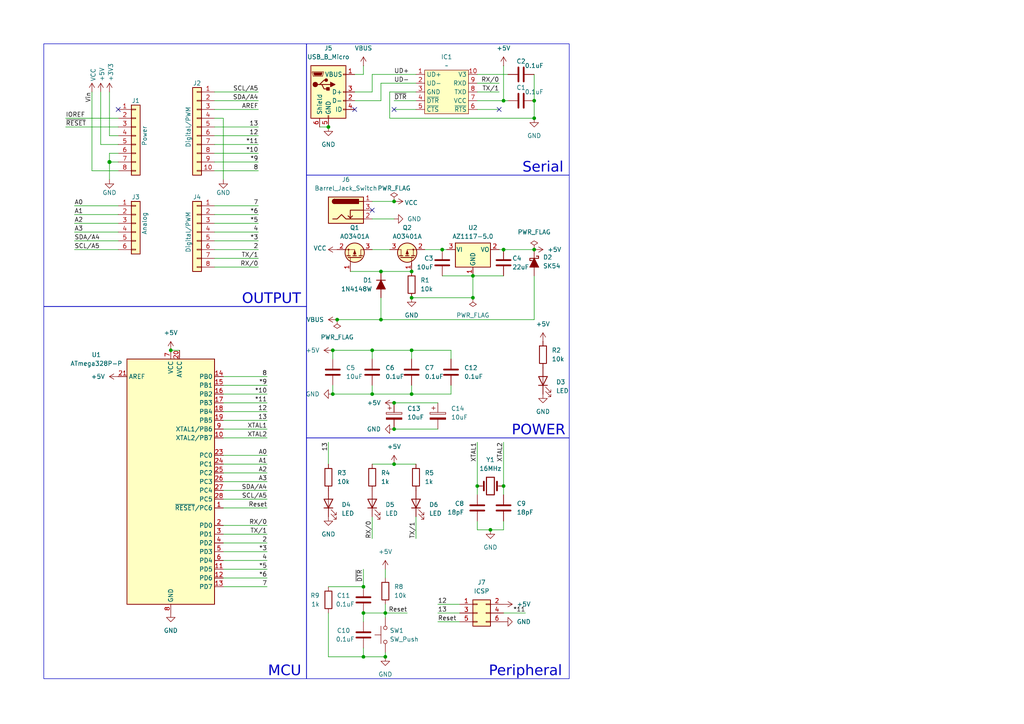
<source format=kicad_sch>
(kicad_sch (version 20231120) (generator "eeschema") (generator_version "8.0")
  (paper "A4")
  (title_block (title "yukuyukuUNO") (date "2024-07-28") (rev "3") (company "yukuyuku4123"))
  (lib_symbols
    (symbol "+5V_1" (power) (pin_numbers hide) (pin_names (offset 0) hide)
      (property "Value" "+5V" (at 0 3.556 0))
      (symbol "+5V_1_1_1"
        (pin power_in line (at 0 0 90) (length 0) (name "~") (number "1"))
      )
    )
    (symbol "CH340:CH340K"
      (property "Reference" "IC" (at 0 7.62 0))
      (symbol "CH340K_1_1"
        (pin input line (at -8.89 5.08 0) (length 2.54) (name "UD+") (number "1"))
        (pin power_in line (at 8.89 5.08 180) (length 2.54) (name "V3") (number "10"))
        (pin input line (at -8.89 2.54 0) (length 2.54) (name "UD-") (number "2"))
        (pin power_in line (at -8.89 0 0) (length 2.54) (name "GND") (number "3"))
        (pin bidirectional line (at -8.89 -2.54 0) (length 2.54) (name "~{DTR}") (number "4"))
        (pin bidirectional line (at -8.89 -5.08 0) (length 2.54) (name "~{CTS}") (number "5"))
        (pin bidirectional line (at 8.89 -5.08 180) (length 2.54) (name "~{RTS}") (number "6"))
        (pin power_in line (at 8.89 -2.54 180) (length 2.54) (name "VCC") (number "7"))
        (pin bidirectional line (at 8.89 0 180) (length 2.54) (name "TXD") (number "8"))
        (pin input line (at 8.89 2.54 180) (length 2.54) (name "RXD") (number "9"))
      )
    )
    (symbol "Connector:Barrel_Jack_Switch" (pin_names hide)
      (property "Reference" "J" (at 0 5.334 0))
      (property "Value" "Barrel_Jack_Switch" (at 0 -5.08 0))
      (symbol "Barrel_Jack_Switch_1_1"
        (pin passive line (at 7.62 2.54 180) (length 2.54) (name "~") (number "1"))
        (pin passive line (at 7.62 -2.54 180) (length 2.54) (name "~") (number "2"))
        (pin passive line (at 7.62 0 180) (length 2.54) (name "~") (number "3"))
      )
    )
    (symbol "Connector:USB_B_Micro" (pin_names (offset 1.016))
      (property "Reference" "J" (at -5.08 11.43 0))
      (property "Value" "USB_B_Micro" (at -5.08 8.89 0))
      (symbol "USB_B_Micro_1_1"
        (pin power_out line (at 7.62 5.08 180) (length 2.54) (name "VBUS") (number "1"))
        (pin bidirectional line (at 7.62 -2.54 180) (length 2.54) (name "D-") (number "2"))
        (pin bidirectional line (at 7.62 0 180) (length 2.54) (name "D+") (number "3"))
        (pin passive line (at 7.62 -5.08 180) (length 2.54) (name "ID") (number "4"))
        (pin power_out line (at 0 -10.16 90) (length 2.54) (name "GND") (number "5"))
        (pin passive line (at -2.54 -10.16 90) (length 2.54) (name "Shield") (number "6"))
      )
    )
    (symbol "Connector_Generic:Conn_01x06" (pin_names (offset 1.016) hide)
      (property "Reference" "J" (at 0 7.62 0))
      (property "Value" "Conn_01x06" (at 0 -10.16 0))
      (symbol "Conn_01x06_1_1"
        (pin passive line (at -5.08 5.08 0) (length 3.81) (name "Pin_1") (number "1"))
        (pin passive line (at -5.08 2.54 0) (length 3.81) (name "Pin_2") (number "2"))
        (pin passive line (at -5.08 0 0) (length 3.81) (name "Pin_3") (number "3"))
        (pin passive line (at -5.08 -2.54 0) (length 3.81) (name "Pin_4") (number "4"))
        (pin passive line (at -5.08 -5.08 0) (length 3.81) (name "Pin_5") (number "5"))
        (pin passive line (at -5.08 -7.62 0) (length 3.81) (name "Pin_6") (number "6"))
      )
    )
    (symbol "Connector_Generic:Conn_01x08" (pin_names (offset 1.016) hide)
      (property "Reference" "J" (at 0 10.16 0))
      (property "Value" "Conn_01x08" (at 0 -12.7 0))
      (symbol "Conn_01x08_1_1"
        (pin passive line (at -5.08 7.62 0) (length 3.81) (name "Pin_1") (number "1"))
        (pin passive line (at -5.08 5.08 0) (length 3.81) (name "Pin_2") (number "2"))
        (pin passive line (at -5.08 2.54 0) (length 3.81) (name "Pin_3") (number "3"))
        (pin passive line (at -5.08 0 0) (length 3.81) (name "Pin_4") (number "4"))
        (pin passive line (at -5.08 -2.54 0) (length 3.81) (name "Pin_5") (number "5"))
        (pin passive line (at -5.08 -5.08 0) (length 3.81) (name "Pin_6") (number "6"))
        (pin passive line (at -5.08 -7.62 0) (length 3.81) (name "Pin_7") (number "7"))
        (pin passive line (at -5.08 -10.16 0) (length 3.81) (name "Pin_8") (number "8"))
      )
    )
    (symbol "Connector_Generic:Conn_01x10" (pin_names (offset 1.016) hide)
      (property "Reference" "J" (at 0 12.7 0))
      (property "Value" "Conn_01x10" (at 0 -15.24 0))
      (symbol "Conn_01x10_1_1"
        (pin passive line (at -5.08 10.16 0) (length 3.81) (name "Pin_1") (number "1"))
        (pin passive line (at -5.08 -12.7 0) (length 3.81) (name "Pin_10") (number "10"))
        (pin passive line (at -5.08 7.62 0) (length 3.81) (name "Pin_2") (number "2"))
        (pin passive line (at -5.08 5.08 0) (length 3.81) (name "Pin_3") (number "3"))
        (pin passive line (at -5.08 2.54 0) (length 3.81) (name "Pin_4") (number "4"))
        (pin passive line (at -5.08 0 0) (length 3.81) (name "Pin_5") (number "5"))
        (pin passive line (at -5.08 -2.54 0) (length 3.81) (name "Pin_6") (number "6"))
        (pin passive line (at -5.08 -5.08 0) (length 3.81) (name "Pin_7") (number "7"))
        (pin passive line (at -5.08 -7.62 0) (length 3.81) (name "Pin_8") (number "8"))
        (pin passive line (at -5.08 -10.16 0) (length 3.81) (name "Pin_9") (number "9"))
      )
    )
    (symbol "Connector_Generic:Conn_02x03_Odd_Even" (pin_names (offset 1.016) hide)
      (property "Reference" "J" (at 1.27 5.08 0))
      (property "Value" "Conn_02x03_Odd_Even" (at 1.27 -5.08 0))
      (symbol "Conn_02x03_Odd_Even_1_1"
        (pin passive line (at -5.08 2.54 0) (length 3.81) (name "Pin_1") (number "1"))
        (pin passive line (at 7.62 2.54 180) (length 3.81) (name "Pin_2") (number "2"))
        (pin passive line (at -5.08 0 0) (length 3.81) (name "Pin_3") (number "3"))
        (pin passive line (at 7.62 0 180) (length 3.81) (name "Pin_4") (number "4"))
        (pin passive line (at -5.08 -2.54 0) (length 3.81) (name "Pin_5") (number "5"))
        (pin passive line (at 7.62 -2.54 180) (length 3.81) (name "Pin_6") (number "6"))
      )
    )
    (symbol "Device:C" (pin_numbers hide) (pin_names (offset 0.254))
      (property "Reference" "C" (at 0.635 2.54 0))
      (property "Value" "C" (at 0.635 -2.54 0))
      (symbol "C_1_1"
        (pin passive line (at 0 3.81 270) (length 2.794) (name "~") (number "1"))
        (pin passive line (at 0 -3.81 90) (length 2.794) (name "~") (number "2"))
      )
    )
    (symbol "Device:C_Polarized" (pin_numbers hide) (pin_names (offset 0.254))
      (property "Reference" "C" (at 0.635 2.54 0))
      (property "Value" "C_Polarized" (at 0.635 -2.54 0))
      (symbol "C_Polarized_1_1"
        (pin passive line (at 0 3.81 270) (length 2.794) (name "~") (number "1"))
        (pin passive line (at 0 -3.81 90) (length 2.794) (name "~") (number "2"))
      )
    )
    (symbol "Device:Crystal" (pin_numbers hide) (pin_names (offset 1.016) hide)
      (property "Reference" "Y" (at 0 3.81 0))
      (property "Value" "Crystal" (at 0 -3.81 0))
      (symbol "Crystal_1_1"
        (pin passive line (at -3.81 0 0) (length 1.27) (name "1") (number "1"))
        (pin passive line (at 3.81 0 180) (length 1.27) (name "2") (number "2"))
      )
    )
    (symbol "Device:LED" (pin_numbers hide) (pin_names (offset 1.016) hide)
      (property "Reference" "D" (at 0 2.54 0))
      (property "Value" "LED" (at 0 -2.54 0))
      (symbol "LED_1_1"
        (pin passive line (at -3.81 0 0) (length 2.54) (name "K") (number "1"))
        (pin passive line (at 3.81 0 180) (length 2.54) (name "A") (number "2"))
      )
    )
    (symbol "Device:R" (pin_numbers hide) (pin_names (offset 0))
      (property "Reference" "R" (at 2.032 0 90))
      (property "Value" "R" (at 0 0 90))
      (symbol "R_1_1"
        (pin passive line (at 0 3.81 270) (length 1.27) (name "~") (number "1"))
        (pin passive line (at 0 -3.81 90) (length 1.27) (name "~") (number "2"))
      )
    )
    (symbol "GND_1" (power) (pin_numbers hide) (pin_names (offset 0) hide)
      (property "Value" "GND" (at 0 -3.81 0))
      (symbol "GND_1_1_1"
        (pin power_in line (at 0 0 270) (length 0) (name "~") (number "1"))
      )
    )
    (symbol "MCU_Microchip_ATmega:ATmega328P-P"
      (property "Reference" "U" (at -12.7 36.83 0))
      (property "Value" "ATmega328P-P" (at 2.54 -36.83 0))
      (symbol "ATmega328P-P_1_1"
        (pin bidirectional line (at 15.24 -7.62 180) (length 2.54) (name "~{RESET}/PC6") (number "1"))
        (pin bidirectional line (at 15.24 12.7 180) (length 2.54) (name "XTAL2/PB7") (number "10"))
        (pin bidirectional line (at 15.24 -25.4 180) (length 2.54) (name "PD5") (number "11"))
        (pin bidirectional line (at 15.24 -27.94 180) (length 2.54) (name "PD6") (number "12"))
        (pin bidirectional line (at 15.24 -30.48 180) (length 2.54) (name "PD7") (number "13"))
        (pin bidirectional line (at 15.24 30.48 180) (length 2.54) (name "PB0") (number "14"))
        (pin bidirectional line (at 15.24 27.94 180) (length 2.54) (name "PB1") (number "15"))
        (pin bidirectional line (at 15.24 25.4 180) (length 2.54) (name "PB2") (number "16"))
        (pin bidirectional line (at 15.24 22.86 180) (length 2.54) (name "PB3") (number "17"))
        (pin bidirectional line (at 15.24 20.32 180) (length 2.54) (name "PB4") (number "18"))
        (pin bidirectional line (at 15.24 17.78 180) (length 2.54) (name "PB5") (number "19"))
        (pin bidirectional line (at 15.24 -12.7 180) (length 2.54) (name "PD0") (number "2"))
        (pin power_in line (at 2.54 38.1 270) (length 2.54) (name "AVCC") (number "20"))
        (pin passive line (at -15.24 30.48 0) (length 2.54) (name "AREF") (number "21"))
        (pin passive line (at 0 -38.1 90) (length 2.54) hide (name "GND") (number "22"))
        (pin bidirectional line (at 15.24 7.62 180) (length 2.54) (name "PC0") (number "23"))
        (pin bidirectional line (at 15.24 5.08 180) (length 2.54) (name "PC1") (number "24"))
        (pin bidirectional line (at 15.24 2.54 180) (length 2.54) (name "PC2") (number "25"))
        (pin bidirectional line (at 15.24 0 180) (length 2.54) (name "PC3") (number "26"))
        (pin bidirectional line (at 15.24 -2.54 180) (length 2.54) (name "PC4") (number "27"))
        (pin bidirectional line (at 15.24 -5.08 180) (length 2.54) (name "PC5") (number "28"))
        (pin bidirectional line (at 15.24 -15.24 180) (length 2.54) (name "PD1") (number "3"))
        (pin bidirectional line (at 15.24 -17.78 180) (length 2.54) (name "PD2") (number "4"))
        (pin bidirectional line (at 15.24 -20.32 180) (length 2.54) (name "PD3") (number "5"))
        (pin bidirectional line (at 15.24 -22.86 180) (length 2.54) (name "PD4") (number "6"))
        (pin power_in line (at 0 38.1 270) (length 2.54) (name "VCC") (number "7"))
        (pin power_in line (at 0 -38.1 90) (length 2.54) (name "GND") (number "8"))
        (pin bidirectional line (at 15.24 15.24 180) (length 2.54) (name "XTAL1/PB6") (number "9"))
      )
    )
    (symbol "PCM_Diode_AKL:1N4148W" (pin_numbers hide) (pin_names (offset 1.016) hide)
      (property "Reference" "D" (at 0 5.08 0))
      (property "Value" "1N4148W" (at 0 2.54 0))
      (symbol "1N4148W_1_1"
        (pin passive line (at 3.81 0 180) (length 2.54) (name "K") (number "1"))
        (pin passive line (at -3.81 0 0) (length 2.54) (name "A") (number "2"))
      )
    )
    (symbol "PCM_Diode_Schottky_AKL:SK54" (pin_numbers hide) (pin_names (offset 1.016) hide)
      (property "Reference" "D" (at 0 5.08 0))
      (property "Value" "SK54" (at 0 2.54 0))
      (symbol "SK54_1_1"
        (pin passive line (at 3.81 0 180) (length 2.54) (name "K") (number "1"))
        (pin passive line (at -3.81 0 0) (length 2.54) (name "A") (number "2"))
      )
    )
    (symbol "PCM_Transistor_MOSFET_AKL:AO3401A" (pin_names hide)
      (property "Reference" "Q" (at 5.08 1.27 0))
      (property "Value" "AO3401A" (at 5.08 -1.27 0))
      (symbol "AO3401A_1_1"
        (pin input line (at -3.81 1.27 0) (length 2.54) (name "G") (number "1"))
        (pin passive line (at 2.54 5.08 270) (length 2.54) (name "S") (number "2"))
        (pin passive line (at 2.54 -5.08 90) (length 2.54) (name "D") (number "3"))
      )
    )
    (symbol "Regulator_Linear:AZ1117-5.0" (pin_names (offset 0.254))
      (property "Reference" "U" (at -3.81 3.175 0))
      (property "Value" "AZ1117-5.0" (at 0 3.175 0))
      (symbol "AZ1117-5.0_1_1"
        (pin power_in line (at 0 -7.62 90) (length 2.54) (name "GND") (number "1"))
        (pin power_out line (at 7.62 0 180) (length 2.54) (name "VO") (number "2"))
        (pin power_in line (at -7.62 0 0) (length 2.54) (name "VI") (number "3"))
      )
    )
    (symbol "Switch:SW_Push" (pin_numbers hide) (pin_names (offset 1.016) hide)
      (property "Reference" "SW" (at 1.27 2.54 0))
      (property "Value" "SW_Push" (at 0 -1.524 0))
      (symbol "SW_Push_0_1"
        (pin passive line (at -5.08 0 0) (length 2.54) (name "1") (number "1"))
        (pin passive line (at 5.08 0 180) (length 2.54) (name "2") (number "2"))
      )
    )
    (symbol "power:+3V3" (power) (pin_names (offset 0))
      (property "Value" "+3V3" (at 0 3.556 0))
      (symbol "+3V3_1_1"
        (pin power_in line (at 0 0 90) (length 0) hide (name "+3V3") (number "1"))
      )
    )
    (symbol "power:+5V" (power) (pin_names (offset 0))
      (property "Value" "+5V" (at 0 3.556 0))
      (symbol "+5V_1_1"
        (pin power_in line (at 0 0 90) (length 0) hide (name "+5V") (number "1"))
      )
    )
    (symbol "power:GND" (power) (pin_names (offset 0))
      (property "Value" "GND" (at 0 -3.81 0))
      (symbol "GND_1_1"
        (pin power_in line (at 0 0 270) (length 0) hide (name "GND") (number "1"))
      )
    )
    (symbol "power:PWR_FLAG" (power) (pin_numbers hide) (pin_names (offset 0) hide)
      (property "Value" "PWR_FLAG" (at 0 3.81 0))
      (symbol "PWR_FLAG_0_0"
        (pin power_out line (at 0 0 90) (length 0) (name "~") (number "1"))
      )
    )
    (symbol "power:VBUS" (power) (pin_numbers hide) (pin_names (offset 0) hide)
      (property "Value" "VBUS" (at 0 3.556 0))
      (symbol "VBUS_1_1"
        (pin power_in line (at 0 0 90) (length 0) (name "~") (number "1"))
      )
    )
    (symbol "power:VCC" (power) (pin_names (offset 0))
      (property "Value" "VCC" (at 0 3.81 0))
      (symbol "VCC_1_1"
        (pin power_in line (at 0 0 90) (length 0) hide (name "VCC") (number "1"))
      )
    )
  )
  (junction (at 96.52 114.3))
  (junction (at 97.79 92.71))
  (junction (at 110.49 92.71))
  (junction (at 96.52 101.6))
  (junction (at 114.3 116.84))
  (junction (at 95.25 36.83))
  (junction (at 49.53 101.6))
  (junction (at 119.38 86.36))
  (junction (at 119.38 78.74))
  (junction (at 110.49 78.74))
  (junction (at 31.75 46.99) (diameter 1.016))
  (junction (at 114.3 58.42))
  (junction (at 146.05 29.21))
  (junction (at 154.94 29.21))
  (junction (at 146.05 140.97))
  (junction (at 107.95 114.3))
  (junction (at 114.3 124.46))
  (junction (at 119.38 101.6))
  (junction (at 154.94 72.39))
  (junction (at 137.16 86.36))
  (junction (at 111.76 190.5))
  (junction (at 119.38 114.3))
  (junction (at 154.94 34.29))
  (junction (at 114.3 134.62))
  (junction (at 137.16 80.01))
  (junction (at 142.24 153.67))
  (junction (at 111.76 177.8))
  (junction (at 105.41 190.5))
  (junction (at 138.43 140.97))
  (junction (at 146.05 72.39))
  (junction (at 107.95 101.6))
  (junction (at 105.41 170.18))
  (junction (at 105.41 177.8))
  (junction (at 128.27 72.39))
  (no_connect (at 114.3 31.75))
  (no_connect (at 107.95 60.96))
  (no_connect (at 102.87 31.75))
  (no_connect (at 34.29 31.75))
  (no_connect (at 144.78 31.75))
  (wire (pts (xy 95.25 128.27) (xy 95.25 134.62)))
  (wire (pts (xy 62.23 77.47) (xy 74.93 77.47)))
  (wire (pts (xy 123.19 72.39) (xy 128.27 72.39)))
  (wire (pts (xy 64.77 142.24) (xy 77.47 142.24)))
  (wire (pts (xy 77.47 134.62) (xy 64.77 134.62)))
  (wire (pts (xy 127 177.8) (xy 133.35 177.8)))
  (wire (pts (xy 105.41 187.96) (xy 105.41 190.5)))
  (wire (pts (xy 62.23 44.45) (xy 74.93 44.45)))
  (wire (pts (xy 64.77 137.16) (xy 77.47 137.16)))
  (wire (pts (xy 138.43 140.97) (xy 138.43 143.51)))
  (wire (pts (xy 154.94 80.01) (xy 154.94 92.71)))
  (wire (pts (xy 62.23 26.67) (xy 74.93 26.67)))
  (wire (pts (xy 130.81 111.76) (xy 130.81 114.3)))
  (wire (pts (xy 138.43 24.13) (xy 144.78 24.13)))
  (wire (pts (xy 107.95 72.39) (xy 113.03 72.39)))
  (wire (pts (xy 97.79 92.71) (xy 110.49 92.71)))
  (wire (pts (xy 127 180.34) (xy 133.35 180.34)))
  (wire (pts (xy 107.95 58.42) (xy 114.3 58.42)))
  (wire (pts (xy 31.75 44.45) (xy 31.75 46.99)))
  (wire (pts (xy 144.78 72.39) (xy 146.05 72.39)))
  (wire (pts (xy 95.25 177.8) (xy 95.25 190.5)))
  (wire (pts (xy 107.95 134.62) (xy 114.3 134.62)))
  (wire (pts (xy 146.05 153.67) (xy 146.05 151.13)))
  (wire (pts (xy 21.59 72.39) (xy 34.29 72.39)))
  (wire (pts (xy 110.49 78.74) (xy 119.38 78.74)))
  (wire (pts (xy 130.81 101.6) (xy 119.38 101.6)))
  (wire (pts (xy 64.77 116.84) (xy 77.47 116.84)))
  (wire (pts (xy 64.77 157.48) (xy 77.47 157.48)))
  (wire (pts (xy 137.16 86.36) (xy 137.16 80.01)))
  (wire (pts (xy 110.49 24.13) (xy 120.65 24.13)))
  (wire (pts (xy 31.75 46.99) (xy 31.75 52.07)))
  (wire (pts (xy 114.3 116.84) (xy 127 116.84)))
  (wire (pts (xy 107.95 114.3) (xy 119.38 114.3)))
  (wire (pts (xy 105.41 19.05) (xy 105.41 21.59)))
  (wire (pts (xy 110.49 86.36) (xy 110.49 92.71)))
  (wire (pts (xy 101.6 78.74) (xy 110.49 78.74)))
  (wire (pts (xy 64.77 152.4) (xy 77.47 152.4)))
  (wire (pts (xy 31.75 39.37) (xy 34.29 39.37)))
  (wire (pts (xy 142.24 153.67) (xy 146.05 153.67)))
  (wire (pts (xy 29.21 41.91) (xy 34.29 41.91)))
  (wire (pts (xy 29.21 26.67) (xy 29.21 41.91)))
  (wire (pts (xy 107.95 101.6) (xy 107.95 104.14)))
  (wire (pts (xy 128.27 80.01) (xy 137.16 80.01)))
  (wire (pts (xy 107.95 26.67) (xy 107.95 21.59)))
  (wire (pts (xy 62.23 36.83) (xy 74.93 36.83)))
  (wire (pts (xy 111.76 177.8) (xy 111.76 179.07)))
  (wire (pts (xy 31.75 26.67) (xy 31.75 39.37)))
  (wire (pts (xy 62.23 59.69) (xy 74.93 59.69)))
  (wire (pts (xy 49.53 101.6) (xy 52.07 101.6)))
  (wire (pts (xy 64.77 119.38) (xy 77.47 119.38)))
  (wire (pts (xy 154.94 29.21) (xy 154.94 34.29)))
  (wire (pts (xy 146.05 177.8) (xy 152.4 177.8)))
  (wire (pts (xy 34.29 59.69) (xy 21.59 59.69)))
  (wire (pts (xy 77.47 139.7) (xy 64.77 139.7)))
  (wire (pts (xy 119.38 114.3) (xy 130.81 114.3)))
  (wire (pts (xy 62.23 39.37) (xy 74.93 39.37)))
  (wire (pts (xy 62.23 62.23) (xy 74.93 62.23)))
  (wire (pts (xy 128.27 72.39) (xy 129.54 72.39)))
  (wire (pts (xy 64.77 109.22) (xy 77.47 109.22)))
  (wire (pts (xy 146.05 140.97) (xy 146.05 143.51)))
  (wire (pts (xy 64.77 167.64) (xy 77.47 167.64)))
  (wire (pts (xy 114.3 31.75) (xy 120.65 31.75)))
  (wire (pts (xy 146.05 19.05) (xy 146.05 29.21)))
  (wire (pts (xy 146.05 29.21) (xy 147.32 29.21)))
  (wire (pts (xy 154.94 21.59) (xy 154.94 29.21)))
  (wire (pts (xy 105.41 190.5) (xy 111.76 190.5)))
  (wire (pts (xy 111.76 175.26) (xy 111.76 177.8)))
  (wire (pts (xy 114.3 124.46) (xy 127 124.46)))
  (wire (pts (xy 64.77 121.92) (xy 77.47 121.92)))
  (wire (pts (xy 62.23 46.99) (xy 74.93 46.99)))
  (wire (pts (xy 62.23 67.31) (xy 74.93 67.31)))
  (wire (pts (xy 120.65 26.67) (xy 113.03 26.67)))
  (wire (pts (xy 64.77 160.02) (xy 77.47 160.02)))
  (wire (pts (xy 138.43 31.75) (xy 144.78 31.75)))
  (wire (pts (xy 19.05 34.29) (xy 34.29 34.29)))
  (wire (pts (xy 138.43 151.13) (xy 138.43 153.67)))
  (wire (pts (xy 138.43 21.59) (xy 147.32 21.59)))
  (wire (pts (xy 105.41 165.1) (xy 105.41 170.18)))
  (wire (pts (xy 64.77 111.76) (xy 77.47 111.76)))
  (wire (pts (xy 64.77 34.29) (xy 64.77 52.07)))
  (wire (pts (xy 154.94 92.71) (xy 110.49 92.71)))
  (wire (pts (xy 138.43 29.21) (xy 146.05 29.21)))
  (wire (pts (xy 102.87 29.21) (xy 110.49 29.21)))
  (wire (pts (xy 137.16 80.01) (xy 146.05 80.01)))
  (wire (pts (xy 62.23 31.75) (xy 74.93 31.75)))
  (wire (pts (xy 110.49 29.21) (xy 110.49 24.13)))
  (wire (pts (xy 34.29 64.77) (xy 21.59 64.77)))
  (wire (pts (xy 19.05 36.83) (xy 34.29 36.83)))
  (wire (pts (xy 102.87 26.67) (xy 107.95 26.67)))
  (wire (pts (xy 113.03 26.67) (xy 113.03 34.29)))
  (wire (pts (xy 34.29 46.99) (xy 31.75 46.99)))
  (wire (pts (xy 64.77 154.94) (xy 77.47 154.94)))
  (wire (pts (xy 146.05 128.27) (xy 146.05 140.97)))
  (wire (pts (xy 114.3 134.62) (xy 120.65 134.62)))
  (wire (pts (xy 64.77 165.1) (xy 77.47 165.1)))
  (wire (pts (xy 138.43 153.67) (xy 142.24 153.67)))
  (wire (pts (xy 120.65 149.86) (xy 120.65 156.21)))
  (wire (pts (xy 96.52 114.3) (xy 107.95 114.3)))
  (wire (pts (xy 96.52 101.6) (xy 107.95 101.6)))
  (wire (pts (xy 34.29 49.53) (xy 26.67 49.53)))
  (wire (pts (xy 146.05 72.39) (xy 154.94 72.39)))
  (wire (pts (xy 119.38 101.6) (xy 119.38 104.14)))
  (wire (pts (xy 107.95 63.5) (xy 114.3 63.5)))
  (wire (pts (xy 64.77 114.3) (xy 77.47 114.3)))
  (wire (pts (xy 21.59 62.23) (xy 34.29 62.23)))
  (wire (pts (xy 96.52 111.76) (xy 96.52 114.3)))
  (wire (pts (xy 107.95 149.86) (xy 107.95 156.21)))
  (wire (pts (xy 107.95 111.76) (xy 107.95 114.3)))
  (wire (pts (xy 64.77 127) (xy 77.47 127)))
  (wire (pts (xy 95.25 170.18) (xy 105.41 170.18)))
  (wire (pts (xy 62.23 34.29) (xy 64.77 34.29)))
  (wire (pts (xy 34.29 44.45) (xy 31.75 44.45)))
  (wire (pts (xy 111.76 177.8) (xy 118.11 177.8)))
  (wire (pts (xy 138.43 128.27) (xy 138.43 140.97)))
  (wire (pts (xy 62.23 41.91) (xy 74.93 41.91)))
  (wire (pts (xy 138.43 26.67) (xy 144.78 26.67)))
  (wire (pts (xy 62.23 64.77) (xy 74.93 64.77)))
  (wire (pts (xy 111.76 165.1) (xy 111.76 167.64)))
  (wire (pts (xy 64.77 170.18) (xy 77.47 170.18)))
  (wire (pts (xy 21.59 67.31) (xy 34.29 67.31)))
  (wire (pts (xy 130.81 104.14) (xy 130.81 101.6)))
  (wire (pts (xy 107.95 21.59) (xy 120.65 21.59)))
  (wire (pts (xy 92.71 36.83) (xy 95.25 36.83)))
  (wire (pts (xy 127 175.26) (xy 133.35 175.26)))
  (wire (pts (xy 64.77 162.56) (xy 77.47 162.56)))
  (wire (pts (xy 64.77 132.08) (xy 77.47 132.08)))
  (wire (pts (xy 102.87 21.59) (xy 105.41 21.59)))
  (wire (pts (xy 105.41 180.34) (xy 105.41 177.8)))
  (wire (pts (xy 107.95 101.6) (xy 119.38 101.6)))
  (wire (pts (xy 77.47 144.78) (xy 64.77 144.78)))
  (wire (pts (xy 105.41 177.8) (xy 111.76 177.8)))
  (wire (pts (xy 64.77 124.46) (xy 77.47 124.46)))
  (wire (pts (xy 62.23 29.21) (xy 74.93 29.21)))
  (wire (pts (xy 62.23 72.39) (xy 74.93 72.39)))
  (wire (pts (xy 62.23 69.85) (xy 74.93 69.85)))
  (wire (pts (xy 64.77 147.32) (xy 77.47 147.32)))
  (wire (pts (xy 114.3 29.21) (xy 120.65 29.21)))
  (wire (pts (xy 119.38 114.3) (xy 119.38 111.76)))
  (wire (pts (xy 111.76 189.23) (xy 111.76 190.5)))
  (wire (pts (xy 113.03 34.29) (xy 154.94 34.29)))
  (wire (pts (xy 62.23 74.93) (xy 74.93 74.93)))
  (wire (pts (xy 95.25 190.5) (xy 105.41 190.5)))
  (wire (pts (xy 26.67 49.53) (xy 26.67 26.67)))
  (wire (pts (xy 96.52 101.6) (xy 96.52 104.14)))
  (wire (pts (xy 119.38 86.36) (xy 137.16 86.36)))
  (wire (pts (xy 34.29 69.85) (xy 21.59 69.85)))
  (wire (pts (xy 62.23 49.53) (xy 74.93 49.53)))
  (rectangle (start 88.9 127) (end 165.1 196.85))
  (rectangle (start 12.7 88.9) (end 88.9 196.85))
  (rectangle (start 12.7 12.7) (end 88.9 88.9))
  (rectangle (start 88.9 12.7) (end 165.1 50.8))
  (rectangle (start 88.9 50.8) (end 165.1 127))
  (text "OUTPUT" (at 78.74 87.63 0) (effects (font (size 3 3))))
  (text "Serial" (at 157.48 49.53 0) (effects (font (size 3 3))))
  (text "POWER" (at 156.21 125.73 0) (effects (font (size 3 3))))
  (text "Peripheral" (at 152.4 195.58 0) (effects (font (size 3 3))))
  (text "MCU" (at 82.55 195.58 0) (effects (font (size 3 3))))
  (label "Reset" (at 77.47 147.32 180))
  (label "RX{slash}0" (at 74.93 77.47 180))
  (label "Reset" (at 118.11 177.8 180))
  (label "A2" (at 21.59 64.77 0))
  (label "12" (at 77.47 119.38 180))
  (label "4" (at 74.93 67.31 180))
  (label "UD+" (at 114.3 21.59 0))
  (label "A2" (at 77.47 137.16 180))
  (label "2" (at 74.93 72.39 180))
  (label "SDA{slash}A4" (at 77.47 142.24 180))
  (label "12" (at 127 175.26 0))
  (label "A3" (at 21.59 67.31 0))
  (label "XTAL1" (at 138.43 128.27 270))
  (label "13" (at 74.93 36.83 180))
  (label "TX{slash}1" (at 77.47 154.94 180))
  (label "XTAL2" (at 146.05 128.27 270))
  (label "12" (at 74.93 39.37 180))
  (label "*11" (at 77.47 116.84 180))
  (label "~{RESET}" (at 19.05 36.83 0))
  (label "13" (at 77.47 121.92 180))
  (label "*10" (at 74.93 44.45 180))
  (label "RX{slash}0" (at 107.95 156.21 90))
  (label "*9" (at 77.47 111.76 180))
  (label "*11" (at 152.4 177.8 180))
  (label "UD-" (at 114.3 24.13 0))
  (label "*6" (at 77.47 167.64 180))
  (label "A3" (at 77.47 139.7 180))
  (label "RX{slash}0" (at 144.78 24.13 180))
  (label "7" (at 74.93 59.69 180))
  (label "SDA{slash}A4" (at 74.93 29.21 180))
  (label "8" (at 74.93 49.53 180))
  (label "SCL{slash}A5" (at 77.47 144.78 180))
  (label "*3" (at 77.47 160.02 180))
  (label "Reset" (at 127 180.34 0))
  (label "~{DTR}" (at 114.3 29.21 0))
  (label "*11" (at 74.93 41.91 180))
  (label "4" (at 77.47 162.56 180))
  (label "*3" (at 74.93 69.85 180))
  (label "~{DTR}" (at 105.41 165.1 270))
  (label "*10" (at 77.47 114.3 180))
  (label "A1" (at 21.59 62.23 0))
  (label "TX{slash}1" (at 74.93 74.93 180))
  (label "TX{slash}1" (at 144.78 26.67 180))
  (label "13" (at 95.25 128.27 270))
  (label "A0" (at 21.59 59.69 0))
  (label "AREF" (at 74.93 31.75 180))
  (label "TX{slash}1" (at 120.65 156.21 90))
  (label "A0" (at 77.47 132.08 180))
  (label "Vin" (at 26.67 26.67 270))
  (label "7" (at 77.47 170.18 180))
  (label "XTAL1" (at 77.47 124.46 180))
  (label "*6" (at 74.93 62.23 180))
  (label "SCL{slash}A5" (at 74.93 26.67 180))
  (label "*9" (at 74.93 46.99 180))
  (label "8" (at 77.47 109.22 180))
  (label "*5" (at 77.47 165.1 180))
  (label "*5" (at 74.93 64.77 180))
  (label "2" (at 77.47 157.48 180))
  (label "IOREF" (at 19.05 34.29 0))
  (label "RX{slash}0" (at 77.47 152.4 180))
  (label "A1" (at 77.47 134.62 180))
  (label "SDA{slash}A4" (at 21.59 69.85 0))
  (label "SCL{slash}A5" (at 21.59 72.39 0))
  (label "XTAL2" (at 77.47 127 180))
  (label "13" (at 127 177.8 0))
  (symbol (lib_id "Connector_Generic:Conn_01x08") (at 39.37 39.37 0) (unit 1)
    (property "Reference" "J1" (at 39.37 29.21 0))
    (property "Value" "Power" (at 41.91 39.37 90))
    (property "Footprint" "Connector_PinSocket_2.54mm:PinSocket_1x08_P2.54mm_Vertical" (effects (hide yes)))
  )
  (symbol (lib_id "power:+3V3") (at 31.75 26.67 0) (unit 1)
    (property "Reference" "#PWR03" (effects (hide yes)))
    (property "Value" "+3V3" (at 32.131 23.622 90) (effects (justify left)))
  )
  (symbol (lib_id "power:+5V") (at 29.21 26.67 0) (unit 1)
    (property "Reference" "#PWR02" (effects (hide yes)))
    (property "Value" "+5V" (at 29.5656 23.622 90) (effects (justify left)))
  )
  (symbol (lib_id "power:GND") (at 31.75 52.07 0) (unit 1)
    (property "Reference" "#PWR04" (effects (hide yes)))
    (property "Value" "GND" (at 31.75 55.88 0))
  )
  (symbol (lib_id "Connector_Generic:Conn_01x10") (at 57.15 36.83 0) (mirror y) (unit 1)
    (property "Reference" "J2" (at 57.15 24.13 0))
    (property "Value" "Digital/PWM" (at 54.61 36.83 90))
    (property "Footprint" "Connector_PinSocket_2.54mm:PinSocket_1x10_P2.54mm_Vertical" (effects (hide yes)))
  )
  (symbol (lib_id "power:GND") (at 64.77 52.07 0) (unit 1)
    (property "Reference" "#PWR05" (effects (hide yes)))
    (property "Value" "GND" (at 64.77 55.88 0))
  )
  (symbol (lib_id "Connector_Generic:Conn_01x06") (at 39.37 64.77 0) (unit 1)
    (property "Reference" "J3" (at 39.37 57.15 0))
    (property "Value" "Analog" (at 41.91 64.77 90))
    (property "Footprint" "Connector_PinSocket_2.54mm:PinSocket_1x06_P2.54mm_Vertical" (effects (hide yes)))
  )
  (symbol (lib_id "Connector_Generic:Conn_01x08") (at 57.15 67.31 0) (mirror y) (unit 1)
    (property "Reference" "J4" (at 57.15 57.15 0))
    (property "Value" "Digital/PWM" (at 54.61 67.31 90))
    (property "Footprint" "Connector_PinSocket_2.54mm:PinSocket_1x08_P2.54mm_Vertical" (effects (hide yes)))
  )
  (symbol (lib_id "Device:C") (at 119.38 107.95 0) (unit 1)
    (property "Reference" "C7" (at 123.19 106.6799 0) (effects (justify left)))
    (property "Value" "0.1uF" (at 123.19 109.2199 0) (effects (justify left)))
    (property "Footprint" "Capacitor_SMD:C_0603_1608Metric" (effects (hide yes)))
    (property "Description" "Unpolarized capacitor" (effects (hide yes)))
  )
  (symbol (lib_id "power:VBUS") (at 105.41 19.05 0) (unit 1)
    (property "Reference" "#PWR011" (effects (hide yes)))
    (property "Value" "VBUS" (at 105.41 13.97 0))
    (property "Description" "Power symbol creates a global label with name \"VBUS\"" (effects (hide yes)))
  )
  (symbol (lib_id "Connector_Generic:Conn_02x03_Odd_Even") (at 138.43 177.8 0) (unit 1)
    (property "Reference" "J7" (at 139.7 168.91 0))
    (property "Value" "ICSP" (at 139.7 171.45 0))
    (property "Footprint" "Connector_PinHeader_2.54mm:PinHeader_2x03_P2.54mm_Vertical" (effects (hide yes)))
    (property "Description" "Generic connector, double row, 02x03, odd/even pin numbering scheme (row 1 odd numbers, row 2 even numbers), script generated (kicad-library-utils/schlib/autogen/connector/)" (effects (hide yes)))
  )
  (symbol (lib_id "power:GND") (at 114.3 124.46 270) (unit 1)
    (property "Reference" "#PWR025" (effects (hide yes)))
    (property "Value" "GND" (at 110.49 124.4599 90) (effects (justify right)))
    (property "Description" "Power symbol creates a global label with name \"GND\" , ground" (effects (hide yes)))
  )
  (symbol (lib_id "Device:R") (at 95.25 173.99 0) (mirror y) (unit 1)
    (property "Reference" "R9" (at 92.71 172.7199 0) (effects (justify left)))
    (property "Value" "1k" (at 92.71 175.2599 0) (effects (justify left)))
    (property "Footprint" "Resistor_SMD:R_0603_1608Metric" (effects (hide yes)))
    (property "Description" "Resistor" (effects (hide yes)))
  )
  (symbol (lib_id "Device:C") (at 105.41 184.15 0) (unit 1)
    (property "Reference" "C10" (at 101.6 182.8799 0) (effects (justify right)))
    (property "Value" "0.1uF" (at 102.87 185.42 0) (effects (justify right)))
    (property "Footprint" "Capacitor_SMD:C_0603_1608Metric" (effects (hide yes)))
    (property "Description" "Unpolarized capacitor" (effects (hide yes)))
  )
  (symbol (lib_id "power:VCC") (at 114.3 58.42 270) (unit 1)
    (property "Reference" "#PWR013" (effects (hide yes)))
    (property "Value" "VCC" (at 117.348 58.801 90) (effects (justify left)))
  )
  (symbol (lib_id "Device:C") (at 105.41 173.99 0) (unit 1)
    (property "Reference" "C11" (at 101.6 172.7199 0) (effects (justify right)))
    (property "Value" "0.1uF" (at 102.87 175.26 0) (effects (justify right)))
    (property "Footprint" "Capacitor_SMD:C_0603_1608Metric" (effects (hide yes)))
    (property "Description" "Unpolarized capacitor" (effects (hide yes)))
  )
  (symbol (lib_id "Device:C") (at 151.13 21.59 90) (unit 1)
    (property "Reference" "C2" (at 151.13 17.78 90))
    (property "Value" "0.1uF" (at 154.94 19.05 90))
    (property "Footprint" "Capacitor_SMD:C_0603_1608Metric" (effects (hide yes)))
    (property "Description" "Unpolarized capacitor" (effects (hide yes)))
  )
  (symbol (lib_id "power:PWR_FLAG") (at 154.94 72.39 0) (unit 1)
    (property "Reference" "#FLG01" (effects (hide yes)))
    (property "Value" "PWR_FLAG" (at 154.94 67.31 0))
    (property "Description" "Special symbol for telling ERC where power comes from" (effects (hide yes)))
  )
  (symbol (lib_id "MCU_Microchip_ATmega:ATmega328P-P") (at 49.53 139.7 0) (unit 1)
    (property "Reference" "U1" (at 27.94 102.9014 0))
    (property "Value" "ATmega328P-P" (at 27.94 105.4414 0))
    (property "Footprint" "Package_DIP:DIP-28_W7.62mm" (effects (hide yes)))
    (property "Datasheet" "http://ww1.microchip.com/downloads/en/DeviceDoc/ATmega328_P%20AVR%20MCU%20with%20picoPower%20Technology%20Data%20Sheet%2040001984A.pdf" (effects (hide yes)))
    (property "Description" "20MHz, 32kB Flash, 2kB SRAM, 1kB EEPROM, DIP-28" (effects (hide yes)))
  )
  (symbol (lib_name "GND_1") (lib_id "power:GND") (at 49.53 177.8 0) (unit 1)
    (property "Reference" "#PWR07" (effects (hide yes)))
    (property "Value" "GND" (at 49.53 182.88 0))
    (property "Description" "Power symbol creates a global label with name \"GND\" , ground" (effects (hide yes)))
  )
  (symbol (lib_id "Device:R") (at 111.76 171.45 0) (unit 1)
    (property "Reference" "R8" (at 114.3 170.1799 0) (effects (justify left)))
    (property "Value" "10k" (at 114.3 172.7199 0) (effects (justify left)))
    (property "Footprint" "Resistor_SMD:R_0603_1608Metric" (effects (hide yes)))
    (property "Description" "Resistor" (effects (hide yes)))
  )
  (symbol (lib_id "power:GND") (at 142.24 153.67 0) (unit 1)
    (property "Reference" "#PWR024" (effects (hide yes)))
    (property "Value" "GND" (at 142.24 158.75 0))
    (property "Description" "Power symbol creates a global label with name \"GND\" , ground" (effects (hide yes)))
  )
  (symbol (lib_id "PCM_Transistor_MOSFET_AKL:AO3401A") (at 118.11 74.93 270) (mirror x) (unit 1)
    (property "Reference" "Q2" (at 118.11 66.04 90))
    (property "Value" "AO3401A" (at 118.11 68.58 90))
    (property "Footprint" "Package_TO_SOT_SMD:TSOT-23" (effects (hide yes)))
    (property "Datasheet" "https://www.tme.eu/Document/d25b071532a0a1e329733a03427696ee/AO3401A-DTE.pdf" (effects (hide yes)))
    (property "Description" "SOT-23 P-MOSFET enchancement mode transistor, 30V, 4A, 1.4W, Alternate KiCAD Library" (effects (hide yes)))
  )
  (symbol (lib_id "Device:LED") (at 107.95 146.05 90) (unit 1)
    (property "Reference" "D5" (at 111.76 146.3674 90) (effects (justify right)))
    (property "Value" "LED" (at 111.76 148.9074 90) (effects (justify right)))
    (property "Footprint" "LED_SMD:LED_0603_1608Metric" (effects (hide yes)))
    (property "Description" "Light emitting diode" (effects (hide yes)))
  )
  (symbol (lib_id "power:PWR_FLAG") (at 114.3 58.42 0) (unit 1)
    (property "Reference" "#FLG03" (effects (hide yes)))
    (property "Value" "PWR_FLAG" (at 114.3 54.61 0))
    (property "Description" "Special symbol for telling ERC where power comes from" (effects (hide yes)))
  )
  (symbol (lib_id "Device:Crystal") (at 142.24 140.97 0) (unit 1)
    (property "Reference" "Y1" (at 142.24 133.35 0))
    (property "Value" "16MHz" (at 142.24 135.89 0))
    (property "Footprint" "Crystal:Crystal_HC49-4H_Vertical" (effects (hide yes)))
    (property "Description" "Two pin crystal" (effects (hide yes)))
  )
  (symbol (lib_id "Device:R") (at 157.48 102.87 0) (unit 1)
    (property "Reference" "R2" (at 160.02 101.5999 0) (effects (justify left)))
    (property "Value" "10k" (at 160.02 104.1399 0) (effects (justify left)))
    (property "Footprint" "Resistor_SMD:R_0603_1608Metric" (effects (hide yes)))
    (property "Description" "Resistor" (effects (hide yes)))
  )
  (symbol (lib_id "Device:C_Polarized") (at 114.3 120.65 0) (unit 1)
    (property "Reference" "C13" (at 118.11 118.4909 0) (effects (justify left)))
    (property "Value" "10uF" (at 118.11 121.0309 0) (effects (justify left)))
    (property "Footprint" "Capacitor_SMD:C_Elec_5x5.4" (effects (hide yes)))
    (property "Description" "Polarized capacitor" (effects (hide yes)))
  )
  (symbol (lib_name "+5V_1") (lib_id "power:+5V") (at 49.53 101.6 0) (unit 1)
    (property "Reference" "#PWR06" (effects (hide yes)))
    (property "Value" "+5V" (at 49.53 96.52 0))
    (property "Description" "Power symbol creates a global label with name \"+5V\"" (effects (hide yes)))
  )
  (symbol (lib_name "+5V_1") (lib_id "power:+5V") (at 157.48 99.06 0) (unit 1)
    (property "Reference" "#PWR020" (effects (hide yes)))
    (property "Value" "+5V" (at 157.48 93.98 0))
    (property "Description" "Power symbol creates a global label with name \"+5V\"" (effects (hide yes)))
  )
  (symbol (lib_id "power:GND") (at 95.25 36.83 0) (unit 1)
    (property "Reference" "#PWR010" (effects (hide yes)))
    (property "Value" "GND" (at 95.25 41.91 0))
    (property "Description" "Power symbol creates a global label with name \"GND\" , ground" (effects (hide yes)))
  )
  (symbol (lib_id "CH340:CH340K") (at 129.54 26.67 0) (unit 1)
    (property "Reference" "IC1" (at 129.54 16.51 0))
    (property "Value" "~" (at 129.54 19.05 0))
    (property "Footprint" "Package_SO:SSOP-10_3.9x4.9mm_P1.00mm" (effects (hide yes)))
  )
  (symbol (lib_name "GND_1") (lib_id "power:GND") (at 146.05 180.34 90) (unit 1)
    (property "Reference" "#PWR031" (effects (hide yes)))
    (property "Value" "GND" (at 149.86 180.3399 90) (effects (justify right)))
    (property "Description" "Power symbol creates a global label with name \"GND\" , ground" (effects (hide yes)))
  )
  (symbol (lib_id "power:VCC") (at 26.67 26.67 0) (unit 1)
    (property "Reference" "#PWR01" (effects (hide yes)))
    (property "Value" "VCC" (at 27.051 23.622 90) (effects (justify left)))
  )
  (symbol (lib_id "Connector:Barrel_Jack_Switch") (at 100.33 60.96 0) (unit 1)
    (property "Reference" "J6" (at 100.33 52.07 0))
    (property "Value" "Barrel_Jack_Switch" (at 100.33 54.61 0))
    (property "Footprint" "Connector_BarrelJack:BarrelJack_Horizontal" (effects (hide yes)))
    (property "Description" "DC Barrel Jack with an internal switch" (effects (hide yes)))
  )
  (symbol (lib_id "Device:C") (at 130.81 107.95 0) (unit 1)
    (property "Reference" "C12" (at 134.62 106.6799 0) (effects (justify left)))
    (property "Value" "0.1uF" (at 134.62 109.2199 0) (effects (justify left)))
    (property "Footprint" "Capacitor_SMD:C_0603_1608Metric" (effects (hide yes)))
    (property "Description" "Unpolarized capacitor" (effects (hide yes)))
  )
  (symbol (lib_id "Device:LED") (at 157.48 110.49 90) (unit 1)
    (property "Reference" "D3" (at 161.29 110.8074 90) (effects (justify right)))
    (property "Value" "LED" (at 161.29 113.3474 90) (effects (justify right)))
    (property "Footprint" "LED_SMD:LED_0603_1608Metric" (effects (hide yes)))
    (property "Description" "Light emitting diode" (effects (hide yes)))
  )
  (symbol (lib_name "+5V_1") (lib_id "power:+5V") (at 34.29 109.22 90) (unit 1)
    (property "Reference" "#PWR029" (effects (hide yes)))
    (property "Value" "+5V" (at 30.48 109.2199 90) (effects (justify left)))
    (property "Description" "Power symbol creates a global label with name \"+5V\"" (effects (hide yes)))
  )
  (symbol (lib_id "power:PWR_FLAG") (at 137.16 86.36 180) (unit 1)
    (property "Reference" "#FLG04" (effects (hide yes)))
    (property "Value" "PWR_FLAG" (at 137.16 91.44 0))
    (property "Description" "Special symbol for telling ERC where power comes from" (effects (hide yes)))
  )
  (symbol (lib_id "power:GND") (at 111.76 190.5 0) (unit 1)
    (property "Reference" "#PWR028" (effects (hide yes)))
    (property "Value" "GND" (at 111.76 195.58 0))
    (property "Description" "Power symbol creates a global label with name \"GND\" , ground" (effects (hide yes)))
  )
  (symbol (lib_id "Regulator_Linear:AZ1117-5.0") (at 137.16 72.39 0) (unit 1)
    (property "Reference" "U2" (at 137.16 66.04 0))
    (property "Value" "AZ1117-5.0" (at 137.16 68.58 0))
    (property "Footprint" "Package_TO_SOT_SMD:TO-252-2" (effects (hide yes)))
    (property "Datasheet" "https://www.diodes.com/assets/Datasheets/AZ1117.pdf" (effects (hide yes)))
    (property "Description" "1A 20V Fixed LDO Linear Regulator, 5.0V, SOT-89/SOT-223/TO-220/TO-252/TO-263" (effects (hide yes)))
  )
  (symbol (lib_id "Device:R") (at 119.38 82.55 0) (unit 1)
    (property "Reference" "R1" (at 121.92 81.2799 0) (effects (justify left)))
    (property "Value" "10k" (at 121.92 83.8199 0) (effects (justify left)))
    (property "Footprint" "Resistor_SMD:R_0603_1608Metric" (effects (hide yes)))
    (property "Description" "Resistor" (effects (hide yes)))
  )
  (symbol (lib_id "Device:C") (at 146.05 76.2 0) (unit 1)
    (property "Reference" "C4" (at 148.59 74.93 0) (effects (justify left)))
    (property "Value" "22uF" (at 148.59 77.47 0) (effects (justify left)))
    (property "Footprint" "Capacitor_SMD:C_0603_1608Metric" (effects (hide yes)))
    (property "Description" "Unpolarized capacitor" (effects (hide yes)))
  )
  (symbol (lib_id "Device:R") (at 95.25 138.43 0) (unit 1)
    (property "Reference" "R3" (at 97.79 137.1599 0) (effects (justify left)))
    (property "Value" "10k" (at 97.79 139.6999 0) (effects (justify left)))
    (property "Footprint" "Resistor_SMD:R_0603_1608Metric" (effects (hide yes)))
    (property "Description" "Resistor" (effects (hide yes)))
  )
  (symbol (lib_id "Device:C") (at 151.13 29.21 90) (unit 1)
    (property "Reference" "C1" (at 151.13 25.4 90))
    (property "Value" "0.1uF" (at 154.94 26.67 90))
    (property "Footprint" "Capacitor_SMD:C_0603_1608Metric" (effects (hide yes)))
    (property "Description" "Unpolarized capacitor" (effects (hide yes)))
  )
  (symbol (lib_id "PCM_Diode_Schottky_AKL:SK54") (at 154.94 76.2 90) (unit 1)
    (property "Reference" "D2" (at 157.48 74.6124 90) (effects (justify right)))
    (property "Value" "SK54" (at 157.48 77.1524 90) (effects (justify right)))
    (property "Footprint" "Diode_SMD:D_SMB" (effects (hide yes)))
    (property "Datasheet" "https://www.tme.eu/Document/d18e7c087dc109c35224a7c46bd8d3e2/sk52.pdf" (effects (hide yes)))
    (property "Description" "SMB Schottky diode, 40V, 5A, Alternate KiCAD Library" (effects (hide yes)))
  )
  (symbol (lib_name "+5V_1") (lib_id "power:+5V") (at 96.52 101.6 90) (unit 1)
    (property "Reference" "#PWR018" (effects (hide yes)))
    (property "Value" "+5V" (at 92.71 101.5999 90) (effects (justify left)))
    (property "Description" "Power symbol creates a global label with name \"+5V\"" (effects (hide yes)))
  )
  (symbol (lib_id "Device:R") (at 107.95 138.43 0) (unit 1)
    (property "Reference" "R4" (at 110.49 137.1599 0) (effects (justify left)))
    (property "Value" "1k" (at 110.49 139.6999 0) (effects (justify left)))
    (property "Footprint" "Resistor_SMD:R_0603_1608Metric" (effects (hide yes)))
    (property "Description" "Resistor" (effects (hide yes)))
  )
  (symbol (lib_id "power:GND") (at 96.52 114.3 270) (unit 1)
    (property "Reference" "#PWR019" (effects (hide yes)))
    (property "Value" "GND" (at 92.71 114.2999 90) (effects (justify right)))
    (property "Description" "Power symbol creates a global label with name \"GND\" , ground" (effects (hide yes)))
  )
  (symbol (lib_name "+5V_1") (lib_id "power:+5V") (at 146.05 175.26 270) (unit 1)
    (property "Reference" "#PWR030" (effects (hide yes)))
    (property "Value" "+5V" (at 149.86 175.2599 90) (effects (justify left)))
    (property "Description" "Power symbol creates a global label with name \"+5V\"" (effects (hide yes)))
  )
  (symbol (lib_name "GND_1") (lib_id "power:GND") (at 154.94 34.29 0) (unit 1)
    (property "Reference" "#PWR09" (effects (hide yes)))
    (property "Value" "GND" (at 154.94 39.37 0))
    (property "Description" "Power symbol creates a global label with name \"GND\" , ground" (effects (hide yes)))
  )
  (symbol (lib_id "Device:C") (at 96.52 107.95 0) (unit 1)
    (property "Reference" "C5" (at 100.33 106.6799 0) (effects (justify left)))
    (property "Value" "10uF" (at 100.33 109.2199 0) (effects (justify left)))
    (property "Footprint" "Capacitor_SMD:C_0603_1608Metric" (effects (hide yes)))
    (property "Description" "Unpolarized capacitor" (effects (hide yes)))
  )
  (symbol (lib_id "Connector:USB_B_Micro") (at 95.25 26.67 0) (unit 1)
    (property "Reference" "J5" (at 95.25 13.97 0))
    (property "Value" "USB_B_Micro" (at 95.25 16.51 0))
    (property "Footprint" "Connector_USB:USB_Micro-B_Molex_47346-0001" (effects (hide yes)))
    (property "Description" "USB Micro Type B connector" (effects (hide yes)))
  )
  (symbol (lib_id "Device:C_Polarized") (at 127 120.65 0) (unit 1)
    (property "Reference" "C14" (at 130.81 118.4909 0) (effects (justify left)))
    (property "Value" "10uF" (at 130.81 121.0309 0) (effects (justify left)))
    (property "Footprint" "Capacitor_SMD:C_Elec_5x5.4" (effects (hide yes)))
    (property "Description" "Polarized capacitor" (effects (hide yes)))
  )
  (symbol (lib_id "power:VBUS") (at 97.79 92.71 90) (unit 1)
    (property "Reference" "#PWR016" (effects (hide yes)))
    (property "Value" "VBUS" (at 93.98 92.7099 90) (effects (justify left)))
    (property "Description" "Power symbol creates a global label with name \"VBUS\"" (effects (hide yes)))
  )
  (symbol (lib_id "Device:LED") (at 95.25 146.05 90) (unit 1)
    (property "Reference" "D4" (at 99.06 146.3674 90) (effects (justify right)))
    (property "Value" "LED" (at 99.06 148.9074 90) (effects (justify right)))
    (property "Footprint" "LED_SMD:LED_0603_1608Metric" (effects (hide yes)))
    (property "Description" "Light emitting diode" (effects (hide yes)))
  )
  (symbol (lib_id "Device:LED") (at 120.65 146.05 90) (unit 1)
    (property "Reference" "D6" (at 124.46 146.3674 90) (effects (justify right)))
    (property "Value" "LED" (at 124.46 148.9074 90) (effects (justify right)))
    (property "Footprint" "LED_SMD:LED_0603_1608Metric" (effects (hide yes)))
    (property "Description" "Light emitting diode" (effects (hide yes)))
  )
  (symbol (lib_id "power:GND") (at 119.38 86.36 0) (unit 1)
    (property "Reference" "#PWR015" (effects (hide yes)))
    (property "Value" "GND" (at 119.38 91.44 0))
    (property "Description" "Power symbol creates a global label with name \"GND\" , ground" (effects (hide yes)))
  )
  (symbol (lib_name "+5V_1") (lib_id "power:+5V") (at 146.05 19.05 0) (unit 1)
    (property "Reference" "#PWR08" (effects (hide yes)))
    (property "Value" "+5V" (at 146.05 13.97 0))
    (property "Description" "Power symbol creates a global label with name \"+5V\"" (effects (hide yes)))
  )
  (symbol (lib_id "power:GND") (at 114.3 63.5 90) (unit 1)
    (property "Reference" "#PWR012" (effects (hide yes)))
    (property "Value" "GND" (at 118.11 63.4999 90) (effects (justify right)))
    (property "Description" "Power symbol creates a global label with name \"GND\" , ground" (effects (hide yes)))
  )
  (symbol (lib_id "Device:C") (at 128.27 76.2 0) (mirror y) (unit 1)
    (property "Reference" "C3" (at 125.73 74.93 0) (effects (justify left)))
    (property "Value" "10uF" (at 125.73 77.47 0) (effects (justify left)))
    (property "Footprint" "Capacitor_SMD:C_0603_1608Metric" (effects (hide yes)))
    (property "Description" "Unpolarized capacitor" (effects (hide yes)))
  )
  (symbol (lib_id "Device:C") (at 138.43 147.32 0) (mirror y) (unit 1)
    (property "Reference" "C8" (at 134.62 146.0499 0) (effects (justify left)))
    (property "Value" "18pF" (at 134.62 148.5899 0) (effects (justify left)))
    (property "Footprint" "Capacitor_SMD:C_0402_1005Metric" (effects (hide yes)))
    (property "Description" "Unpolarized capacitor" (effects (hide yes)))
  )
  (symbol (lib_id "power:VCC") (at 97.79 72.39 90) (unit 1)
    (property "Reference" "#PWR014" (effects (hide yes)))
    (property "Value" "VCC" (at 94.742 72.009 90) (effects (justify left)))
  )
  (symbol (lib_id "PCM_Transistor_MOSFET_AKL:AO3401A") (at 102.87 74.93 90) (unit 1)
    (property "Reference" "Q1" (at 102.87 66.04 90))
    (property "Value" "AO3401A" (at 102.87 68.58 90))
    (property "Footprint" "Package_TO_SOT_SMD:TSOT-23" (effects (hide yes)))
    (property "Datasheet" "https://www.tme.eu/Document/d25b071532a0a1e329733a03427696ee/AO3401A-DTE.pdf" (effects (hide yes)))
    (property "Description" "SOT-23 P-MOSFET enchancement mode transistor, 30V, 4A, 1.4W, Alternate KiCAD Library" (effects (hide yes)))
  )
  (symbol (lib_id "Switch:SW_Push") (at 111.76 184.15 90) (unit 1)
    (property "Reference" "SW1" (at 113.03 182.8799 90) (effects (justify right)))
    (property "Value" "SW_Push" (at 113.03 185.4199 90) (effects (justify right)))
    (property "Footprint" "Button_Switch_THT:SW_PUSH_6mm" (effects (hide yes)))
    (property "Description" "Push button switch, generic, two pins" (effects (hide yes)))
  )
  (symbol (lib_id "power:GND") (at 95.25 149.86 0) (unit 1)
    (property "Reference" "#PWR022" (effects (hide yes)))
    (property "Value" "GND" (at 95.25 154.94 0))
    (property "Description" "Power symbol creates a global label with name \"GND\" , ground" (effects (hide yes)))
  )
  (symbol (lib_name "+5V_1") (lib_id "power:+5V") (at 111.76 165.1 0) (unit 1)
    (property "Reference" "#PWR027" (effects (hide yes)))
    (property "Value" "+5V" (at 111.76 160.02 0))
    (property "Description" "Power symbol creates a global label with name \"+5V\"" (effects (hide yes)))
  )
  (symbol (lib_id "power:PWR_FLAG") (at 97.79 92.71 180) (unit 1)
    (property "Reference" "#FLG02" (effects (hide yes)))
    (property "Value" "PWR_FLAG" (at 97.79 97.79 0))
    (property "Description" "Special symbol for telling ERC where power comes from" (effects (hide yes)))
  )
  (symbol (lib_id "power:GND") (at 157.48 114.3 0) (unit 1)
    (property "Reference" "#PWR021" (effects (hide yes)))
    (property "Value" "GND" (at 157.48 119.38 0))
    (property "Description" "Power symbol creates a global label with name \"GND\" , ground" (effects (hide yes)))
  )
  (symbol (lib_id "PCM_Diode_AKL:1N4148W") (at 110.49 82.55 90) (unit 1)
    (property "Reference" "D1" (at 107.95 81.2799 90) (effects (justify left)))
    (property "Value" "1N4148W" (at 107.95 83.8199 90) (effects (justify left)))
    (property "Footprint" "Diode_SMD:D_SOD-123" (effects (hide yes)))
    (property "Datasheet" "https://datasheet.octopart.com/1N4148W-HE3-18-Vishay-datasheet-17291302.pdf" (effects (hide yes)))
    (property "Description" "SOD-123 Diode, Small Signal, Fast Switching, 75V, 150mA, 4ns, Alternate KiCad Library" (effects (hide yes)))
  )
  (symbol (lib_id "Device:C") (at 146.05 147.32 0) (unit 1)
    (property "Reference" "C9" (at 149.86 146.0499 0) (effects (justify left)))
    (property "Value" "18pF" (at 149.86 148.5899 0) (effects (justify left)))
    (property "Footprint" "Capacitor_SMD:C_0402_1005Metric" (effects (hide yes)))
    (property "Description" "Unpolarized capacitor" (effects (hide yes)))
  )
  (symbol (lib_id "Device:C") (at 107.95 107.95 0) (unit 1)
    (property "Reference" "C6" (at 111.76 106.6799 0) (effects (justify left)))
    (property "Value" "0.1uF" (at 111.76 109.2199 0) (effects (justify left)))
    (property "Footprint" "Capacitor_SMD:C_0603_1608Metric" (effects (hide yes)))
    (property "Description" "Unpolarized capacitor" (effects (hide yes)))
  )
  (symbol (lib_name "+5V_1") (lib_id "power:+5V") (at 154.94 72.39 270) (unit 1)
    (property "Reference" "#PWR017" (effects (hide yes)))
    (property "Value" "+5V" (at 158.75 72.3899 90) (effects (justify left)))
    (property "Description" "Power symbol creates a global label with name \"+5V\"" (effects (hide yes)))
  )
  (symbol (lib_name "+5V_1") (lib_id "power:+5V") (at 114.3 134.62 0) (unit 1)
    (property "Reference" "#PWR023" (effects (hide yes)))
    (property "Value" "+5V" (at 114.3 129.54 0))
    (property "Description" "Power symbol creates a global label with name \"+5V\"" (effects (hide yes)))
  )
  (symbol (lib_name "+5V_1") (lib_id "power:+5V") (at 114.3 116.84 90) (unit 1)
    (property "Reference" "#PWR026" (effects (hide yes)))
    (property "Value" "+5V" (at 110.49 116.8399 90) (effects (justify left)))
    (property "Description" "Power symbol creates a global label with name \"+5V\"" (effects (hide yes)))
  )
  (symbol (lib_id "Device:R") (at 120.65 138.43 0) (unit 1)
    (property "Reference" "R5" (at 123.19 137.1599 0) (effects (justify left)))
    (property "Value" "1k" (at 123.19 139.6999 0) (effects (justify left)))
    (property "Footprint" "Resistor_SMD:R_0603_1608Metric" (effects (hide yes)))
    (property "Description" "Resistor" (effects (hide yes)))
  )
)
</source>
